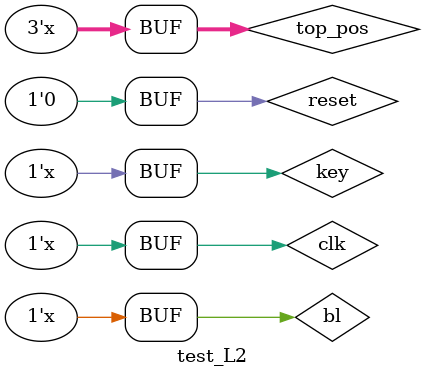
<source format=v>
module L2(Clock, Reset, BL, KEY, TOP_POS, lighton, pt);
	input Clock, Reset, BL, KEY;
	input [2:0] TOP_POS;  //position of the top light
	output lighton; // whether this light should lit
	output signed [3:0] pt; // the points

	wire [1:0] PS;
	reg [1:0] NS;
	
	reg lighton;
	reg [3:0] pt;
	
	parameter [1:0] OFF = 2'b00, ON = 2'b01, PRESS = 2'b10;
	parameter [2:0] no_light_on = 3'b000, _0 = 3'b001, _1 = 3'b010, _2 = 3'b011, _3 = 3'b100, _4 = 3'b101;
	parameter signed [3:0] no_point = 4'b0000, plus_one = 4'b0001, plus_two = 4'b0010, neg_two = 4'b1110;
	
	always @(BL or KEY or TOP_POS or PS)
		case (PS)
			OFF:
				if (BL == 1'b1 && (KEY == 1'b0 || !(TOP_POS == _1))) NS = ON; // when the bottom light is on
																						// and when the key is not pressed or the bottom light		
																						// is not the top light, this light is ON (bubble up)
				else if (BL == 1'b1 && (KEY == 1'b1 && (TOP_POS == _1))) NS = PRESS;
																						// when the bottom light is on
																						// and when the key is pressed AND the bottom light		
																						// is the top light, this light is ON (got one off)
				else NS = OFF; //nothing qualified for change;
			
			ON:
				if (BL == 1'b1 && (KEY == 1'b0 || !(TOP_POS == _1))) NS = ON; // when the bottom light is on
																						// and when the key is not pressed or the bottom light		
																						// is not the top light, this light is ON (bubble up)
				else if (BL == 1'b1 && (KEY == 1'b1 && (TOP_POS == _1))) NS = PRESS;
																						// when the bottom light is on
																						// and when the key is pressed AND the bottom light		
																						// is the top light, this light is ON (got one off)
				else NS = OFF;
			
			PRESS:
				NS = OFF; // always go back to off (impossible to stay or go to ON)
				
			default:
				NS = 2'bxx;
		endcase 
	
	always @(PS)
		case (PS)
			OFF:
				begin
					lighton = 1'b0;
					pt = no_point;
				end
			ON:
				begin
					lighton = 1'b1;
					pt = no_point;
				end
			PRESS:
				begin
					lighton = 1'b0;
					pt = plus_one;
				end
			default:
				begin
					lighton = 1'bx;
					pt = 2'bxx;
				end
		endcase
	
	D_FF dff0 (PS[0], NS[0], Reset, Clock);
	D_FF dff1 (PS[1], NS[1], Reset, Clock);
endmodule

module test_L2;
	reg clk, reset, bl, key;
	reg [2:0] top_pos;
	
	wire lit;
	wire [1:0] pt;
	
	parameter cc = 10;
	
	//L0(Clock, Reset, BL, KEY, TOP_POS, lighton, pt);
	L2 L (clk, reset, bl, key, top_pos, lit, pt);
	
	always
		#cc clk = ~clk;
		
	always
		#(2*cc) top_pos = top_pos + 1;
		
	always
		#(5*cc) bl = ~bl;
	
	always
		#(5*cc) key = ~key;
		
	initial
	begin
		reset = 1;
		clk = 0;
		top_pos = 3'b000;
		bl = 0;
		key = 0;
		#cc reset = 0;
		//#(cc) reset = 0;
		//#cc key = 1;
		//#cc bl = 1;
	end
endmodule 
</source>
